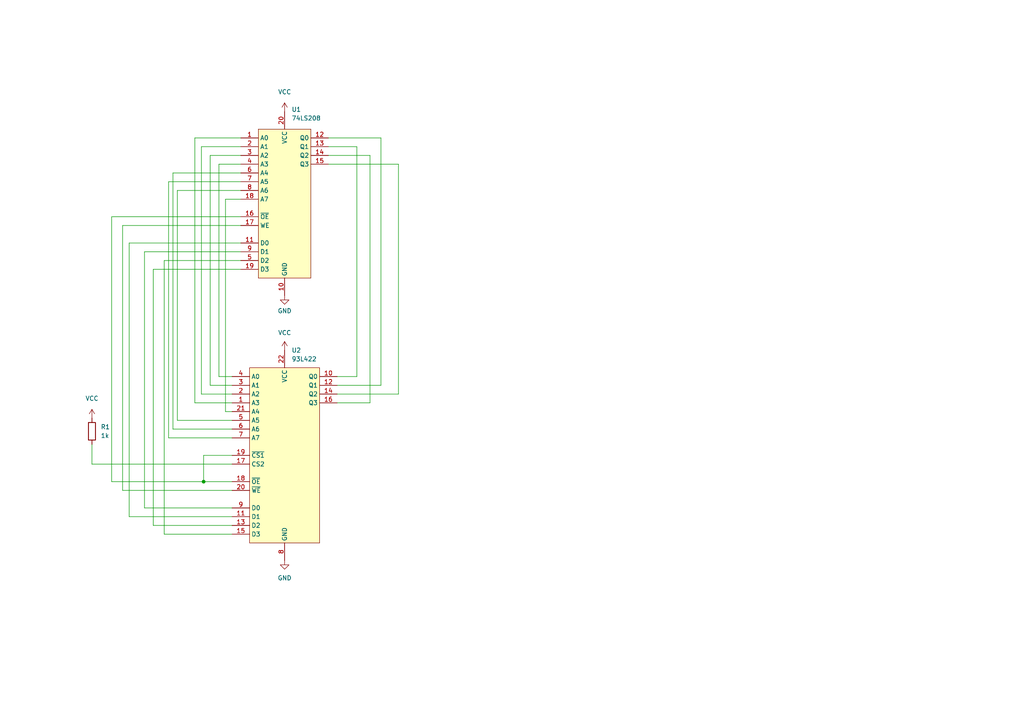
<source format=kicad_sch>
(kicad_sch (version 20211123) (generator eeschema)

  (uuid e63e39d7-6ac0-4ffd-8aa3-1841a4541b55)

  (paper "A4")

  (lib_symbols
    (symbol "Device:R" (pin_numbers hide) (pin_names (offset 0)) (in_bom yes) (on_board yes)
      (property "Reference" "R" (id 0) (at 2.032 0 90)
        (effects (font (size 1.27 1.27)))
      )
      (property "Value" "R" (id 1) (at 0 0 90)
        (effects (font (size 1.27 1.27)))
      )
      (property "Footprint" "" (id 2) (at -1.778 0 90)
        (effects (font (size 1.27 1.27)) hide)
      )
      (property "Datasheet" "~" (id 3) (at 0 0 0)
        (effects (font (size 1.27 1.27)) hide)
      )
      (property "ki_keywords" "R res resistor" (id 4) (at 0 0 0)
        (effects (font (size 1.27 1.27)) hide)
      )
      (property "ki_description" "Resistor" (id 5) (at 0 0 0)
        (effects (font (size 1.27 1.27)) hide)
      )
      (property "ki_fp_filters" "R_*" (id 6) (at 0 0 0)
        (effects (font (size 1.27 1.27)) hide)
      )
      (symbol "R_0_1"
        (rectangle (start -1.016 -2.54) (end 1.016 2.54)
          (stroke (width 0.254) (type default) (color 0 0 0 0))
          (fill (type none))
        )
      )
      (symbol "R_1_1"
        (pin passive line (at 0 3.81 270) (length 1.27)
          (name "~" (effects (font (size 1.27 1.27))))
          (number "1" (effects (font (size 1.27 1.27))))
        )
        (pin passive line (at 0 -3.81 90) (length 1.27)
          (name "~" (effects (font (size 1.27 1.27))))
          (number "2" (effects (font (size 1.27 1.27))))
        )
      )
    )
    (symbol "oldchips:74LS208" (in_bom yes) (on_board yes)
      (property "Reference" "U" (id 0) (at 3.81 25.4 0)
        (effects (font (size 1.27 1.27)))
      )
      (property "Value" "74LS208" (id 1) (at 6.35 22.86 0)
        (effects (font (size 1.27 1.27)))
      )
      (property "Footprint" "" (id 2) (at -5.08 8.89 0)
        (effects (font (size 1.27 1.27)) hide)
      )
      (property "Datasheet" "" (id 3) (at -5.08 8.89 0)
        (effects (font (size 1.27 1.27)) hide)
      )
      (symbol "74LS208_0_1"
        (rectangle (start -7.62 21.59) (end 7.62 -21.59)
          (stroke (width 0) (type default) (color 0 0 0 0))
          (fill (type background))
        )
      )
      (symbol "74LS208_1_0"
        (pin input line (at -12.7 19.05 0) (length 5.08)
          (name "A0" (effects (font (size 1.27 1.27))))
          (number "1" (effects (font (size 1.27 1.27))))
        )
        (pin power_in line (at 0 -26.67 90) (length 5.08)
          (name "GND" (effects (font (size 1.27 1.27))))
          (number "10" (effects (font (size 1.27 1.27))))
        )
        (pin input line (at -12.7 -11.43 0) (length 5.08)
          (name "D0" (effects (font (size 1.27 1.27))))
          (number "11" (effects (font (size 1.27 1.27))))
        )
        (pin output line (at 12.7 19.05 180) (length 5.08)
          (name "Q0" (effects (font (size 1.27 1.27))))
          (number "12" (effects (font (size 1.27 1.27))))
        )
        (pin output line (at 12.7 16.51 180) (length 5.08)
          (name "Q1" (effects (font (size 1.27 1.27))))
          (number "13" (effects (font (size 1.27 1.27))))
        )
        (pin output line (at 12.7 13.97 180) (length 5.08)
          (name "Q2" (effects (font (size 1.27 1.27))))
          (number "14" (effects (font (size 1.27 1.27))))
        )
        (pin output line (at 12.7 11.43 180) (length 5.08)
          (name "Q3" (effects (font (size 1.27 1.27))))
          (number "15" (effects (font (size 1.27 1.27))))
        )
        (pin input line (at -12.7 -3.81 0) (length 5.08)
          (name "~{OE}" (effects (font (size 1.27 1.27))))
          (number "16" (effects (font (size 1.27 1.27))))
        )
        (pin input line (at -12.7 -6.35 0) (length 5.08)
          (name "WE" (effects (font (size 1.27 1.27))))
          (number "17" (effects (font (size 1.27 1.27))))
        )
        (pin input line (at -12.7 1.27 0) (length 5.08)
          (name "A7" (effects (font (size 1.27 1.27))))
          (number "18" (effects (font (size 1.27 1.27))))
        )
        (pin input line (at -12.7 -19.05 0) (length 5.08)
          (name "D3" (effects (font (size 1.27 1.27))))
          (number "19" (effects (font (size 1.27 1.27))))
        )
        (pin input line (at -12.7 16.51 0) (length 5.08)
          (name "A1" (effects (font (size 1.27 1.27))))
          (number "2" (effects (font (size 1.27 1.27))))
        )
        (pin power_in line (at 0 26.67 270) (length 5.08)
          (name "VCC" (effects (font (size 1.27 1.27))))
          (number "20" (effects (font (size 1.27 1.27))))
        )
        (pin input line (at -12.7 13.97 0) (length 5.08)
          (name "A2" (effects (font (size 1.27 1.27))))
          (number "3" (effects (font (size 1.27 1.27))))
        )
        (pin input line (at -12.7 11.43 0) (length 5.08)
          (name "A3" (effects (font (size 1.27 1.27))))
          (number "4" (effects (font (size 1.27 1.27))))
        )
        (pin input line (at -12.7 -16.51 0) (length 5.08)
          (name "D2" (effects (font (size 1.27 1.27))))
          (number "5" (effects (font (size 1.27 1.27))))
        )
        (pin input line (at -12.7 8.89 0) (length 5.08)
          (name "A4" (effects (font (size 1.27 1.27))))
          (number "6" (effects (font (size 1.27 1.27))))
        )
        (pin input line (at -12.7 6.35 0) (length 5.08)
          (name "A5" (effects (font (size 1.27 1.27))))
          (number "7" (effects (font (size 1.27 1.27))))
        )
        (pin input line (at -12.7 3.81 0) (length 5.08)
          (name "A6" (effects (font (size 1.27 1.27))))
          (number "8" (effects (font (size 1.27 1.27))))
        )
        (pin input line (at -12.7 -13.97 0) (length 5.08)
          (name "D1" (effects (font (size 1.27 1.27))))
          (number "9" (effects (font (size 1.27 1.27))))
        )
      )
    )
    (symbol "oldchips:93L422" (in_bom yes) (on_board yes)
      (property "Reference" "U" (id 0) (at 3.81 29.21 0)
        (effects (font (size 1.27 1.27)))
      )
      (property "Value" "93L422" (id 1) (at 6.35 26.67 0)
        (effects (font (size 1.27 1.27)))
      )
      (property "Footprint" "" (id 2) (at -5.08 12.7 0)
        (effects (font (size 1.27 1.27)) hide)
      )
      (property "Datasheet" "" (id 3) (at -5.08 12.7 0)
        (effects (font (size 1.27 1.27)) hide)
      )
      (symbol "93L422_0_1"
        (rectangle (start -10.16 25.4) (end 10.16 -25.4)
          (stroke (width 0) (type default) (color 0 0 0 0))
          (fill (type background))
        )
      )
      (symbol "93L422_1_0"
        (pin input line (at -15.24 15.24 0) (length 5.08)
          (name "A3" (effects (font (size 1.27 1.27))))
          (number "1" (effects (font (size 1.27 1.27))))
        )
        (pin output line (at 15.24 22.86 180) (length 5.08)
          (name "Q0" (effects (font (size 1.27 1.27))))
          (number "10" (effects (font (size 1.27 1.27))))
        )
        (pin input line (at -15.24 -17.78 0) (length 5.08)
          (name "D1" (effects (font (size 1.27 1.27))))
          (number "11" (effects (font (size 1.27 1.27))))
        )
        (pin output line (at 15.24 20.32 180) (length 5.08)
          (name "Q1" (effects (font (size 1.27 1.27))))
          (number "12" (effects (font (size 1.27 1.27))))
        )
        (pin input line (at -15.24 -20.32 0) (length 5.08)
          (name "D2" (effects (font (size 1.27 1.27))))
          (number "13" (effects (font (size 1.27 1.27))))
        )
        (pin output line (at 15.24 17.78 180) (length 5.08)
          (name "Q2" (effects (font (size 1.27 1.27))))
          (number "14" (effects (font (size 1.27 1.27))))
        )
        (pin input line (at -15.24 -22.86 0) (length 5.08)
          (name "D3" (effects (font (size 1.27 1.27))))
          (number "15" (effects (font (size 1.27 1.27))))
        )
        (pin output line (at 15.24 15.24 180) (length 5.08)
          (name "Q3" (effects (font (size 1.27 1.27))))
          (number "16" (effects (font (size 1.27 1.27))))
        )
        (pin input line (at -15.24 -2.54 0) (length 5.08)
          (name "CS2" (effects (font (size 1.27 1.27))))
          (number "17" (effects (font (size 1.27 1.27))))
        )
        (pin input line (at -15.24 -7.62 0) (length 5.08)
          (name "~{OE}" (effects (font (size 1.27 1.27))))
          (number "18" (effects (font (size 1.27 1.27))))
        )
        (pin input line (at -15.24 0 0) (length 5.08)
          (name "~{CS1}" (effects (font (size 1.27 1.27))))
          (number "19" (effects (font (size 1.27 1.27))))
        )
        (pin input line (at -15.24 17.78 0) (length 5.08)
          (name "A2" (effects (font (size 1.27 1.27))))
          (number "2" (effects (font (size 1.27 1.27))))
        )
        (pin input line (at -15.24 -10.16 0) (length 5.08)
          (name "~{WE}" (effects (font (size 1.27 1.27))))
          (number "20" (effects (font (size 1.27 1.27))))
        )
        (pin input line (at -15.24 12.7 0) (length 5.08)
          (name "A4" (effects (font (size 1.27 1.27))))
          (number "21" (effects (font (size 1.27 1.27))))
        )
        (pin power_in line (at 0 30.48 270) (length 5.08)
          (name "VCC" (effects (font (size 1.27 1.27))))
          (number "22" (effects (font (size 1.27 1.27))))
        )
        (pin input line (at -15.24 20.32 0) (length 5.08)
          (name "A1" (effects (font (size 1.27 1.27))))
          (number "3" (effects (font (size 1.27 1.27))))
        )
        (pin input line (at -15.24 22.86 0) (length 5.08)
          (name "A0" (effects (font (size 1.27 1.27))))
          (number "4" (effects (font (size 1.27 1.27))))
        )
        (pin input line (at -15.24 10.16 0) (length 5.08)
          (name "A5" (effects (font (size 1.27 1.27))))
          (number "5" (effects (font (size 1.27 1.27))))
        )
        (pin input line (at -15.24 7.62 0) (length 5.08)
          (name "A6" (effects (font (size 1.27 1.27))))
          (number "6" (effects (font (size 1.27 1.27))))
        )
        (pin input line (at -15.24 5.08 0) (length 5.08)
          (name "A7" (effects (font (size 1.27 1.27))))
          (number "7" (effects (font (size 1.27 1.27))))
        )
        (pin power_in line (at 0 -30.48 90) (length 5.08)
          (name "GND" (effects (font (size 1.27 1.27))))
          (number "8" (effects (font (size 1.27 1.27))))
        )
        (pin input line (at -15.24 -15.24 0) (length 5.08)
          (name "D0" (effects (font (size 1.27 1.27))))
          (number "9" (effects (font (size 1.27 1.27))))
        )
      )
    )
    (symbol "power:GND" (power) (pin_names (offset 0)) (in_bom yes) (on_board yes)
      (property "Reference" "#PWR" (id 0) (at 0 -6.35 0)
        (effects (font (size 1.27 1.27)) hide)
      )
      (property "Value" "GND" (id 1) (at 0 -3.81 0)
        (effects (font (size 1.27 1.27)))
      )
      (property "Footprint" "" (id 2) (at 0 0 0)
        (effects (font (size 1.27 1.27)) hide)
      )
      (property "Datasheet" "" (id 3) (at 0 0 0)
        (effects (font (size 1.27 1.27)) hide)
      )
      (property "ki_keywords" "power-flag" (id 4) (at 0 0 0)
        (effects (font (size 1.27 1.27)) hide)
      )
      (property "ki_description" "Power symbol creates a global label with name \"GND\" , ground" (id 5) (at 0 0 0)
        (effects (font (size 1.27 1.27)) hide)
      )
      (symbol "GND_0_1"
        (polyline
          (pts
            (xy 0 0)
            (xy 0 -1.27)
            (xy 1.27 -1.27)
            (xy 0 -2.54)
            (xy -1.27 -1.27)
            (xy 0 -1.27)
          )
          (stroke (width 0) (type default) (color 0 0 0 0))
          (fill (type none))
        )
      )
      (symbol "GND_1_1"
        (pin power_in line (at 0 0 270) (length 0) hide
          (name "GND" (effects (font (size 1.27 1.27))))
          (number "1" (effects (font (size 1.27 1.27))))
        )
      )
    )
    (symbol "power:VCC" (power) (pin_names (offset 0)) (in_bom yes) (on_board yes)
      (property "Reference" "#PWR" (id 0) (at 0 -3.81 0)
        (effects (font (size 1.27 1.27)) hide)
      )
      (property "Value" "VCC" (id 1) (at 0 3.81 0)
        (effects (font (size 1.27 1.27)))
      )
      (property "Footprint" "" (id 2) (at 0 0 0)
        (effects (font (size 1.27 1.27)) hide)
      )
      (property "Datasheet" "" (id 3) (at 0 0 0)
        (effects (font (size 1.27 1.27)) hide)
      )
      (property "ki_keywords" "power-flag" (id 4) (at 0 0 0)
        (effects (font (size 1.27 1.27)) hide)
      )
      (property "ki_description" "Power symbol creates a global label with name \"VCC\"" (id 5) (at 0 0 0)
        (effects (font (size 1.27 1.27)) hide)
      )
      (symbol "VCC_0_1"
        (polyline
          (pts
            (xy -0.762 1.27)
            (xy 0 2.54)
          )
          (stroke (width 0) (type default) (color 0 0 0 0))
          (fill (type none))
        )
        (polyline
          (pts
            (xy 0 0)
            (xy 0 2.54)
          )
          (stroke (width 0) (type default) (color 0 0 0 0))
          (fill (type none))
        )
        (polyline
          (pts
            (xy 0 2.54)
            (xy 0.762 1.27)
          )
          (stroke (width 0) (type default) (color 0 0 0 0))
          (fill (type none))
        )
      )
      (symbol "VCC_1_1"
        (pin power_in line (at 0 0 90) (length 0) hide
          (name "VCC" (effects (font (size 1.27 1.27))))
          (number "1" (effects (font (size 1.27 1.27))))
        )
      )
    )
  )

  (junction (at 59.055 139.7) (diameter 0) (color 0 0 0 0)
    (uuid 2bfff28c-7627-4de1-90cc-e2d14740b15f)
  )

  (wire (pts (xy 56.515 40.005) (xy 56.515 116.84))
    (stroke (width 0) (type default) (color 0 0 0 0))
    (uuid 02e94a78-d2b0-47e1-8883-e236b9b6242f)
  )
  (wire (pts (xy 48.895 127) (xy 48.895 52.705))
    (stroke (width 0) (type default) (color 0 0 0 0))
    (uuid 0f911190-1566-4d81-903a-2f0b83cc09de)
  )
  (wire (pts (xy 37.465 70.485) (xy 37.465 149.86))
    (stroke (width 0) (type default) (color 0 0 0 0))
    (uuid 11d253e3-533a-4886-a9e1-a1d3bf0c2a73)
  )
  (wire (pts (xy 69.85 75.565) (xy 47.625 75.565))
    (stroke (width 0) (type default) (color 0 0 0 0))
    (uuid 1ac563e0-0445-44de-afc4-34157f93a6ab)
  )
  (wire (pts (xy 69.85 45.085) (xy 60.96 45.085))
    (stroke (width 0) (type default) (color 0 0 0 0))
    (uuid 1b3c58d4-fffb-4a49-916e-9acf0826567f)
  )
  (wire (pts (xy 97.79 111.76) (xy 110.49 111.76))
    (stroke (width 0) (type default) (color 0 0 0 0))
    (uuid 1bc5891f-b4fb-4096-a7c6-00a9002ac9bd)
  )
  (wire (pts (xy 69.85 78.105) (xy 44.45 78.105))
    (stroke (width 0) (type default) (color 0 0 0 0))
    (uuid 27fa809f-a369-4b51-9373-a110a50bfc70)
  )
  (wire (pts (xy 67.31 132.08) (xy 59.055 132.08))
    (stroke (width 0) (type default) (color 0 0 0 0))
    (uuid 2df5e10c-5f65-441d-8fe9-cb63a6b46c79)
  )
  (wire (pts (xy 44.45 78.105) (xy 44.45 152.4))
    (stroke (width 0) (type default) (color 0 0 0 0))
    (uuid 38bfc2b7-4d3e-4afd-833e-16a7b3d92571)
  )
  (wire (pts (xy 67.31 134.62) (xy 26.67 134.62))
    (stroke (width 0) (type default) (color 0 0 0 0))
    (uuid 39708b6c-79b9-497b-8017-915082c85109)
  )
  (wire (pts (xy 58.42 42.545) (xy 69.85 42.545))
    (stroke (width 0) (type default) (color 0 0 0 0))
    (uuid 3c52f010-51da-46b5-8e57-fd70e340fe95)
  )
  (wire (pts (xy 97.79 109.22) (xy 103.505 109.22))
    (stroke (width 0) (type default) (color 0 0 0 0))
    (uuid 414c4378-4f20-427c-8514-b7fd0dcc6a7c)
  )
  (wire (pts (xy 60.96 45.085) (xy 60.96 111.76))
    (stroke (width 0) (type default) (color 0 0 0 0))
    (uuid 4215c022-ead2-4baa-b02a-ce4c26eda013)
  )
  (wire (pts (xy 48.895 52.705) (xy 69.85 52.705))
    (stroke (width 0) (type default) (color 0 0 0 0))
    (uuid 476cbc0a-2cdf-442e-9ebc-b7037a0089fe)
  )
  (wire (pts (xy 51.435 55.245) (xy 69.85 55.245))
    (stroke (width 0) (type default) (color 0 0 0 0))
    (uuid 48bfec94-2bf3-4732-a1be-133b2c1e1691)
  )
  (wire (pts (xy 65.405 57.785) (xy 65.405 119.38))
    (stroke (width 0) (type default) (color 0 0 0 0))
    (uuid 4aab149a-a52b-40c6-a20d-fc0593b55cb6)
  )
  (wire (pts (xy 69.85 50.165) (xy 50.165 50.165))
    (stroke (width 0) (type default) (color 0 0 0 0))
    (uuid 522870a9-6e09-48a1-97dd-49dcb96de86a)
  )
  (wire (pts (xy 69.85 40.005) (xy 56.515 40.005))
    (stroke (width 0) (type default) (color 0 0 0 0))
    (uuid 5d73062f-7328-43e9-b58c-ee118c6ecc41)
  )
  (wire (pts (xy 67.31 121.92) (xy 51.435 121.92))
    (stroke (width 0) (type default) (color 0 0 0 0))
    (uuid 5deaca77-ce5d-4538-bbaa-4d5f26accafd)
  )
  (wire (pts (xy 97.79 116.84) (xy 107.315 116.84))
    (stroke (width 0) (type default) (color 0 0 0 0))
    (uuid 5f7c53ad-a221-4a7c-aa56-8fe23dde6e72)
  )
  (wire (pts (xy 110.49 40.005) (xy 95.25 40.005))
    (stroke (width 0) (type default) (color 0 0 0 0))
    (uuid 633fbfba-0fbb-4b1f-8f2c-923e0aa8b639)
  )
  (wire (pts (xy 69.85 73.025) (xy 41.91 73.025))
    (stroke (width 0) (type default) (color 0 0 0 0))
    (uuid 6b0b98f9-1329-4959-9fa9-ce47c8a5340f)
  )
  (wire (pts (xy 115.57 114.3) (xy 115.57 47.625))
    (stroke (width 0) (type default) (color 0 0 0 0))
    (uuid 6da6b4cb-36c7-4637-b8bd-78710442ba99)
  )
  (wire (pts (xy 41.91 73.025) (xy 41.91 147.32))
    (stroke (width 0) (type default) (color 0 0 0 0))
    (uuid 6e486a50-d999-4aee-bba7-861ec61dc67e)
  )
  (wire (pts (xy 107.315 45.085) (xy 95.25 45.085))
    (stroke (width 0) (type default) (color 0 0 0 0))
    (uuid 6e888bfd-4476-4ec8-9494-af7b06f2f2ac)
  )
  (wire (pts (xy 60.96 111.76) (xy 67.31 111.76))
    (stroke (width 0) (type default) (color 0 0 0 0))
    (uuid 70885d7c-10f5-42ba-aacc-b662dabb0a25)
  )
  (wire (pts (xy 69.85 70.485) (xy 37.465 70.485))
    (stroke (width 0) (type default) (color 0 0 0 0))
    (uuid 73d22c9c-e654-4da1-aefc-58f02742b0c3)
  )
  (wire (pts (xy 59.055 132.08) (xy 59.055 139.7))
    (stroke (width 0) (type default) (color 0 0 0 0))
    (uuid 8cadffe3-c707-48a1-a398-509c7baa316a)
  )
  (wire (pts (xy 69.85 65.405) (xy 35.56 65.405))
    (stroke (width 0) (type default) (color 0 0 0 0))
    (uuid 8d6da1fe-6593-4d9c-8dc1-59b21673b83d)
  )
  (wire (pts (xy 110.49 111.76) (xy 110.49 40.005))
    (stroke (width 0) (type default) (color 0 0 0 0))
    (uuid 8f84e6d3-48fe-4eae-96c7-940f1c338ac4)
  )
  (wire (pts (xy 32.385 62.865) (xy 32.385 139.7))
    (stroke (width 0) (type default) (color 0 0 0 0))
    (uuid 93abae40-b281-4051-9e7a-9082710b244e)
  )
  (wire (pts (xy 65.405 119.38) (xy 67.31 119.38))
    (stroke (width 0) (type default) (color 0 0 0 0))
    (uuid 953cbbdd-2859-4c8d-afc6-a9f95d28f6d4)
  )
  (wire (pts (xy 41.91 147.32) (xy 67.31 147.32))
    (stroke (width 0) (type default) (color 0 0 0 0))
    (uuid 9730705d-a57b-4cfd-b776-28a86e7ff07f)
  )
  (wire (pts (xy 67.31 114.3) (xy 58.42 114.3))
    (stroke (width 0) (type default) (color 0 0 0 0))
    (uuid 997ede82-5baa-4ae7-8119-1fb955ad02d8)
  )
  (wire (pts (xy 103.505 109.22) (xy 103.505 42.545))
    (stroke (width 0) (type default) (color 0 0 0 0))
    (uuid 9bd119a1-3f5e-4d3e-99ad-3842a1f9d5e1)
  )
  (wire (pts (xy 63.5 109.22) (xy 63.5 47.625))
    (stroke (width 0) (type default) (color 0 0 0 0))
    (uuid a07eca74-25c1-48e9-a77b-6540f534faa9)
  )
  (wire (pts (xy 50.165 124.46) (xy 67.31 124.46))
    (stroke (width 0) (type default) (color 0 0 0 0))
    (uuid a362f0e0-8a84-4fad-9647-c823b2db680f)
  )
  (wire (pts (xy 103.505 42.545) (xy 95.25 42.545))
    (stroke (width 0) (type default) (color 0 0 0 0))
    (uuid a3ed0787-22b0-47b5-9632-c58e142bbeba)
  )
  (wire (pts (xy 50.165 50.165) (xy 50.165 124.46))
    (stroke (width 0) (type default) (color 0 0 0 0))
    (uuid a5346469-2e65-4c0a-9127-12c65a9d72c1)
  )
  (wire (pts (xy 44.45 152.4) (xy 67.31 152.4))
    (stroke (width 0) (type default) (color 0 0 0 0))
    (uuid a8e8653a-1fe3-4e99-b7e4-a6e519895e86)
  )
  (wire (pts (xy 35.56 65.405) (xy 35.56 142.24))
    (stroke (width 0) (type default) (color 0 0 0 0))
    (uuid b0faad2c-eeed-43dd-8742-6ecad2b0fda6)
  )
  (wire (pts (xy 35.56 142.24) (xy 67.31 142.24))
    (stroke (width 0) (type default) (color 0 0 0 0))
    (uuid b449fe2b-844e-4b33-8d2c-6132a8f35f69)
  )
  (wire (pts (xy 51.435 121.92) (xy 51.435 55.245))
    (stroke (width 0) (type default) (color 0 0 0 0))
    (uuid bac6dc4c-de97-4edb-9ea2-b15d3b1814fc)
  )
  (wire (pts (xy 63.5 109.22) (xy 67.31 109.22))
    (stroke (width 0) (type default) (color 0 0 0 0))
    (uuid c835bfe6-0993-44f8-a1a8-c1af2d69aa99)
  )
  (wire (pts (xy 115.57 47.625) (xy 95.25 47.625))
    (stroke (width 0) (type default) (color 0 0 0 0))
    (uuid cf8258d5-59b4-4581-8d18-c01806919665)
  )
  (wire (pts (xy 32.385 139.7) (xy 59.055 139.7))
    (stroke (width 0) (type default) (color 0 0 0 0))
    (uuid d521cdab-929e-4ded-b70a-ad6699435df6)
  )
  (wire (pts (xy 37.465 149.86) (xy 67.31 149.86))
    (stroke (width 0) (type default) (color 0 0 0 0))
    (uuid d66161e6-ec5e-4c68-8f75-63f16b295d6b)
  )
  (wire (pts (xy 63.5 47.625) (xy 69.85 47.625))
    (stroke (width 0) (type default) (color 0 0 0 0))
    (uuid d6787cfe-f12d-41db-b6df-c44e3654bc53)
  )
  (wire (pts (xy 26.67 128.905) (xy 26.67 134.62))
    (stroke (width 0) (type default) (color 0 0 0 0))
    (uuid d775335c-327e-4267-a5ef-6fd918ebf5d9)
  )
  (wire (pts (xy 97.79 114.3) (xy 115.57 114.3))
    (stroke (width 0) (type default) (color 0 0 0 0))
    (uuid d9995ca4-3805-442c-952e-6786424a1254)
  )
  (wire (pts (xy 48.895 127) (xy 67.31 127))
    (stroke (width 0) (type default) (color 0 0 0 0))
    (uuid e4976c85-4dc3-4da1-99b7-6a807826af69)
  )
  (wire (pts (xy 58.42 114.3) (xy 58.42 42.545))
    (stroke (width 0) (type default) (color 0 0 0 0))
    (uuid e7451bf1-ebb3-4603-ab8f-fce122a587bc)
  )
  (wire (pts (xy 59.055 139.7) (xy 67.31 139.7))
    (stroke (width 0) (type default) (color 0 0 0 0))
    (uuid e7c31ef8-1669-4967-8035-52abcdb6f9f8)
  )
  (wire (pts (xy 69.85 62.865) (xy 32.385 62.865))
    (stroke (width 0) (type default) (color 0 0 0 0))
    (uuid edc3f229-c874-4147-952d-524b5da65e6d)
  )
  (wire (pts (xy 47.625 154.94) (xy 67.31 154.94))
    (stroke (width 0) (type default) (color 0 0 0 0))
    (uuid f3c5089d-11e1-4548-ac9c-14640fea541f)
  )
  (wire (pts (xy 56.515 116.84) (xy 67.31 116.84))
    (stroke (width 0) (type default) (color 0 0 0 0))
    (uuid f4d4d0b5-c4d1-497d-ace4-6e351ce28b13)
  )
  (wire (pts (xy 69.85 57.785) (xy 65.405 57.785))
    (stroke (width 0) (type default) (color 0 0 0 0))
    (uuid f61eca84-7d45-4d2a-ba13-d29b9fb5677f)
  )
  (wire (pts (xy 107.315 45.085) (xy 107.315 116.84))
    (stroke (width 0) (type default) (color 0 0 0 0))
    (uuid f6cbf457-e8d0-490a-926c-3328ae081c9c)
  )
  (wire (pts (xy 47.625 75.565) (xy 47.625 154.94))
    (stroke (width 0) (type default) (color 0 0 0 0))
    (uuid fb9a8c2b-2177-4e72-ac62-bba727852472)
  )

  (symbol (lib_id "power:VCC") (at 26.67 121.285 0) (unit 1)
    (in_bom yes) (on_board yes) (fields_autoplaced)
    (uuid 0b296b7c-7359-454e-8013-9f8c51b8320d)
    (property "Reference" "#PWR0105" (id 0) (at 26.67 125.095 0)
      (effects (font (size 1.27 1.27)) hide)
    )
    (property "Value" "" (id 1) (at 26.67 115.57 0))
    (property "Footprint" "" (id 2) (at 26.67 121.285 0)
      (effects (font (size 1.27 1.27)) hide)
    )
    (property "Datasheet" "" (id 3) (at 26.67 121.285 0)
      (effects (font (size 1.27 1.27)) hide)
    )
    (pin "1" (uuid b57f6ce1-733c-4cb4-87ce-797fd3213662))
  )

  (symbol (lib_id "Device:R") (at 26.67 125.095 0) (unit 1)
    (in_bom yes) (on_board yes) (fields_autoplaced)
    (uuid 1bee44d1-a03a-47d7-8bbb-89cef3cb3a5a)
    (property "Reference" "R1" (id 0) (at 29.21 123.8249 0)
      (effects (font (size 1.27 1.27)) (justify left))
    )
    (property "Value" "" (id 1) (at 29.21 126.3649 0)
      (effects (font (size 1.27 1.27)) (justify left))
    )
    (property "Footprint" "" (id 2) (at 24.892 125.095 90)
      (effects (font (size 1.27 1.27)) hide)
    )
    (property "Datasheet" "~" (id 3) (at 26.67 125.095 0)
      (effects (font (size 1.27 1.27)) hide)
    )
    (pin "1" (uuid 096235a2-0fb9-4f50-891a-787c466fc5cf))
    (pin "2" (uuid 85fe5f0d-9931-43c6-bc47-3fdd6c21b508))
  )

  (symbol (lib_id "oldchips:93L422") (at 82.55 132.08 0) (unit 1)
    (in_bom yes) (on_board yes) (fields_autoplaced)
    (uuid 44e993be-f2df-4e61-a598-dfd6e106a208)
    (property "Reference" "U2" (id 0) (at 84.5694 101.6 0)
      (effects (font (size 1.27 1.27)) (justify left))
    )
    (property "Value" "" (id 1) (at 84.5694 104.14 0)
      (effects (font (size 1.27 1.27)) (justify left))
    )
    (property "Footprint" "" (id 2) (at 77.47 119.38 0)
      (effects (font (size 1.27 1.27)) hide)
    )
    (property "Datasheet" "" (id 3) (at 77.47 119.38 0)
      (effects (font (size 1.27 1.27)) hide)
    )
    (pin "1" (uuid b9f8b708-1745-43ec-9646-59495cbc6e07))
    (pin "10" (uuid 84d5cf13-52aa-4648-82e7-8be6e886a6b2))
    (pin "11" (uuid de2abbd8-9b48-47ba-b77e-4c65ca048af6))
    (pin "12" (uuid 0ab1512b-eb91-4574-b11f-326e0ff10082))
    (pin "13" (uuid 9a458d6a-a84c-4faf-913e-90bab231d3f8))
    (pin "14" (uuid a4a80e68-9a9c-4dac-84a7-a9f3c47a0961))
    (pin "15" (uuid a1d977e9-aa2c-4b7a-b2e3-8ff3b816e1f2))
    (pin "16" (uuid e5889358-36b5-4652-9d71-4d4aa652a144))
    (pin "17" (uuid 2cd2fee2-51b2-4fcd-8c94-c435e6791358))
    (pin "18" (uuid 18208121-3872-4be3-a687-40854be3e1c8))
    (pin "19" (uuid 3768cce7-1e64-480e-bb38-0c6794a852ac))
    (pin "2" (uuid 3d213c37-de80-490e-9f45-2814d3fc958b))
    (pin "20" (uuid c202ddee-78ab-4ebb-beca-559aaf118430))
    (pin "21" (uuid a353a360-a1da-42d3-a5f2-38aafc184a50))
    (pin "22" (uuid 3dfbccca-f469-4a6f-a8bd-5f55435b5cfa))
    (pin "3" (uuid 751752b1-1f0f-490c-ba43-2d34c357b41e))
    (pin "4" (uuid 0e416ef5-3e03-4fa4-b2a6-3ab634a5ee03))
    (pin "5" (uuid e463ba2a-1cbc-4995-82d8-59710b3fcd2f))
    (pin "6" (uuid d3dd0ba2-2496-4e95-8d54-12ee57bcbce2))
    (pin "7" (uuid 073c8287-235c-4712-a9a0-60a07a1119d5))
    (pin "8" (uuid 19264aae-fe9e-4afc-84ac-56ec33a3b20d))
    (pin "9" (uuid 7e232027-e1fd-4d55-a751-dd67130d7d22))
  )

  (symbol (lib_id "power:GND") (at 82.55 162.56 0) (unit 1)
    (in_bom yes) (on_board yes) (fields_autoplaced)
    (uuid 6db11052-8c61-4da3-aec0-5a01654d4b94)
    (property "Reference" "#PWR0101" (id 0) (at 82.55 168.91 0)
      (effects (font (size 1.27 1.27)) hide)
    )
    (property "Value" "" (id 1) (at 82.55 167.64 0))
    (property "Footprint" "" (id 2) (at 82.55 162.56 0)
      (effects (font (size 1.27 1.27)) hide)
    )
    (property "Datasheet" "" (id 3) (at 82.55 162.56 0)
      (effects (font (size 1.27 1.27)) hide)
    )
    (pin "1" (uuid dc5b3e0d-3130-497d-9cd9-8455005a609b))
  )

  (symbol (lib_id "oldchips:74LS208") (at 82.55 59.055 0) (unit 1)
    (in_bom yes) (on_board yes) (fields_autoplaced)
    (uuid 789ca812-3e0c-4a3f-97bc-a916dd9bce80)
    (property "Reference" "U1" (id 0) (at 84.5694 31.75 0)
      (effects (font (size 1.27 1.27)) (justify left))
    )
    (property "Value" "" (id 1) (at 84.5694 34.29 0)
      (effects (font (size 1.27 1.27)) (justify left))
    )
    (property "Footprint" "" (id 2) (at 77.47 50.165 0)
      (effects (font (size 1.27 1.27)) hide)
    )
    (property "Datasheet" "" (id 3) (at 77.47 50.165 0)
      (effects (font (size 1.27 1.27)) hide)
    )
    (pin "1" (uuid cb24efdd-07c6-4317-9277-131625b065ac))
    (pin "10" (uuid 5bcace5d-edd0-4e19-92d0-835e43cf8eb2))
    (pin "11" (uuid bd065eaf-e495-4837-bdb3-129934de1fc7))
    (pin "12" (uuid 6ec113ca-7d27-4b14-a180-1e5e2fd1c167))
    (pin "13" (uuid e43dbe34-ed17-4e35-a5c7-2f1679b3c415))
    (pin "14" (uuid 14769dc5-8525-4984-8b15-a734ee247efa))
    (pin "15" (uuid 19c56563-5fe3-442a-885b-418dbc2421eb))
    (pin "16" (uuid 21ae9c3a-7138-444e-be38-56a4842ab594))
    (pin "17" (uuid c7e7067c-5f5e-48d8-ab59-df26f9b35863))
    (pin "18" (uuid 9cb12cc8-7f1a-4a01-9256-c119f11a8a02))
    (pin "19" (uuid 7cee474b-af8f-4832-b07a-c43c1ab0b464))
    (pin "2" (uuid 853ee787-6e2c-4f32-bc75-6c17337dd3d5))
    (pin "20" (uuid 57c0c267-8bf9-4cc7-b734-d71a239ac313))
    (pin "3" (uuid 5ca4be1c-537e-4a4a-b344-d0c8ffde8546))
    (pin "4" (uuid 275aa44a-b61f-489f-9e2a-819a0fe0d1eb))
    (pin "5" (uuid 6c67e4f6-9d04-4539-b356-b76e915ce848))
    (pin "6" (uuid b447dbb1-d38e-4a15-93cb-12c25382ea53))
    (pin "7" (uuid cfa5c16e-7859-460d-a0b8-cea7d7ea629c))
    (pin "8" (uuid 37e8181c-a81e-498b-b2e2-0aef0c391059))
    (pin "9" (uuid 676efd2f-1c48-4786-9e4b-2444f1e8f6ff))
  )

  (symbol (lib_id "power:VCC") (at 82.55 32.385 0) (unit 1)
    (in_bom yes) (on_board yes) (fields_autoplaced)
    (uuid 997a5220-e5d0-4c15-9924-1cfe7e1900ae)
    (property "Reference" "#PWR0102" (id 0) (at 82.55 36.195 0)
      (effects (font (size 1.27 1.27)) hide)
    )
    (property "Value" "" (id 1) (at 82.55 26.67 0))
    (property "Footprint" "" (id 2) (at 82.55 32.385 0)
      (effects (font (size 1.27 1.27)) hide)
    )
    (property "Datasheet" "" (id 3) (at 82.55 32.385 0)
      (effects (font (size 1.27 1.27)) hide)
    )
    (pin "1" (uuid bb6241f1-c19b-4f5f-b7c7-19cb63d08e0d))
  )

  (symbol (lib_id "power:GND") (at 82.55 85.725 0) (unit 1)
    (in_bom yes) (on_board yes) (fields_autoplaced)
    (uuid 9f5e063c-15fd-4b1b-9ac7-139401f906c9)
    (property "Reference" "#PWR0103" (id 0) (at 82.55 92.075 0)
      (effects (font (size 1.27 1.27)) hide)
    )
    (property "Value" "" (id 1) (at 82.55 90.17 0))
    (property "Footprint" "" (id 2) (at 82.55 85.725 0)
      (effects (font (size 1.27 1.27)) hide)
    )
    (property "Datasheet" "" (id 3) (at 82.55 85.725 0)
      (effects (font (size 1.27 1.27)) hide)
    )
    (pin "1" (uuid dc47d78f-ffc4-46f5-97a5-4b9135225541))
  )

  (symbol (lib_id "power:VCC") (at 82.55 101.6 0) (unit 1)
    (in_bom yes) (on_board yes) (fields_autoplaced)
    (uuid fff0ffa5-782c-4d4c-b7ca-701e7c5864bd)
    (property "Reference" "#PWR0104" (id 0) (at 82.55 105.41 0)
      (effects (font (size 1.27 1.27)) hide)
    )
    (property "Value" "" (id 1) (at 82.55 96.52 0))
    (property "Footprint" "" (id 2) (at 82.55 101.6 0)
      (effects (font (size 1.27 1.27)) hide)
    )
    (property "Datasheet" "" (id 3) (at 82.55 101.6 0)
      (effects (font (size 1.27 1.27)) hide)
    )
    (pin "1" (uuid 166836c3-5b94-4799-a0ac-04cba118c6aa))
  )

  (sheet_instances
    (path "/" (page "1"))
  )

  (symbol_instances
    (path "/6db11052-8c61-4da3-aec0-5a01654d4b94"
      (reference "#PWR0101") (unit 1) (value "GND") (footprint "")
    )
    (path "/997a5220-e5d0-4c15-9924-1cfe7e1900ae"
      (reference "#PWR0102") (unit 1) (value "VCC") (footprint "")
    )
    (path "/9f5e063c-15fd-4b1b-9ac7-139401f906c9"
      (reference "#PWR0103") (unit 1) (value "GND") (footprint "")
    )
    (path "/fff0ffa5-782c-4d4c-b7ca-701e7c5864bd"
      (reference "#PWR0104") (unit 1) (value "VCC") (footprint "")
    )
    (path "/0b296b7c-7359-454e-8013-9f8c51b8320d"
      (reference "#PWR0105") (unit 1) (value "VCC") (footprint "")
    )
    (path "/1bee44d1-a03a-47d7-8bbb-89cef3cb3a5a"
      (reference "R1") (unit 1) (value "1k") (footprint "Resistor_THT:R_Axial_DIN0207_L6.3mm_D2.5mm_P10.16mm_Horizontal")
    )
    (path "/789ca812-3e0c-4a3f-97bc-a916dd9bce80"
      (reference "U1") (unit 1) (value "74LS208") (footprint "Package_DIP:DIP-20_W7.62mm_Socket")
    )
    (path "/44e993be-f2df-4e61-a598-dfd6e106a208"
      (reference "U2") (unit 1) (value "93L422") (footprint "Package_DIP:DIP-22_W10.16mm_Socket")
    )
  )
)

</source>
